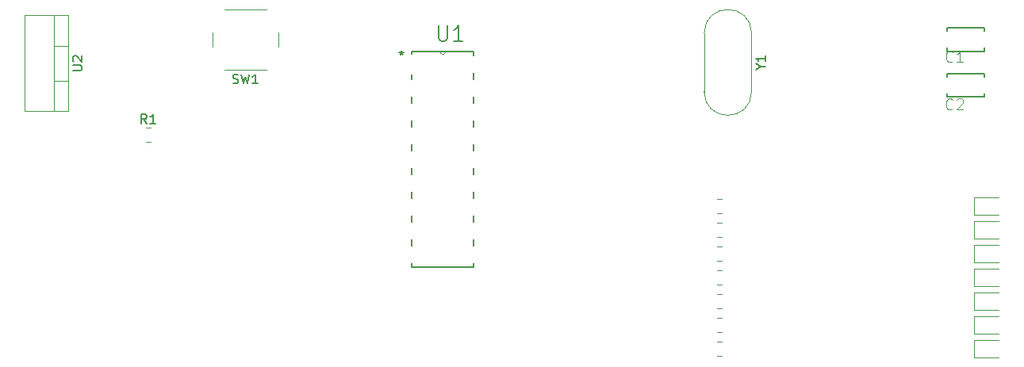
<source format=gbr>
%TF.GenerationSoftware,KiCad,Pcbnew,7.0.10*%
%TF.CreationDate,2024-11-22T18:49:45+05:30*%
%TF.ProjectId,test 3,74657374-2033-42e6-9b69-6361645f7063,rev?*%
%TF.SameCoordinates,Original*%
%TF.FileFunction,Legend,Top*%
%TF.FilePolarity,Positive*%
%FSLAX46Y46*%
G04 Gerber Fmt 4.6, Leading zero omitted, Abs format (unit mm)*
G04 Created by KiCad (PCBNEW 7.0.10) date 2024-11-22 18:49:45*
%MOMM*%
%LPD*%
G01*
G04 APERTURE LIST*
%ADD10C,0.150000*%
%ADD11C,0.101600*%
%ADD12C,0.120000*%
%ADD13C,0.127000*%
%ADD14C,0.152400*%
%ADD15C,0.100000*%
G04 APERTURE END LIST*
D10*
X97016667Y-70697200D02*
X97159524Y-70744819D01*
X97159524Y-70744819D02*
X97397619Y-70744819D01*
X97397619Y-70744819D02*
X97492857Y-70697200D01*
X97492857Y-70697200D02*
X97540476Y-70649580D01*
X97540476Y-70649580D02*
X97588095Y-70554342D01*
X97588095Y-70554342D02*
X97588095Y-70459104D01*
X97588095Y-70459104D02*
X97540476Y-70363866D01*
X97540476Y-70363866D02*
X97492857Y-70316247D01*
X97492857Y-70316247D02*
X97397619Y-70268628D01*
X97397619Y-70268628D02*
X97207143Y-70221009D01*
X97207143Y-70221009D02*
X97111905Y-70173390D01*
X97111905Y-70173390D02*
X97064286Y-70125771D01*
X97064286Y-70125771D02*
X97016667Y-70030533D01*
X97016667Y-70030533D02*
X97016667Y-69935295D01*
X97016667Y-69935295D02*
X97064286Y-69840057D01*
X97064286Y-69840057D02*
X97111905Y-69792438D01*
X97111905Y-69792438D02*
X97207143Y-69744819D01*
X97207143Y-69744819D02*
X97445238Y-69744819D01*
X97445238Y-69744819D02*
X97588095Y-69792438D01*
X97921429Y-69744819D02*
X98159524Y-70744819D01*
X98159524Y-70744819D02*
X98350000Y-70030533D01*
X98350000Y-70030533D02*
X98540476Y-70744819D01*
X98540476Y-70744819D02*
X98778572Y-69744819D01*
X99683333Y-70744819D02*
X99111905Y-70744819D01*
X99397619Y-70744819D02*
X99397619Y-69744819D01*
X99397619Y-69744819D02*
X99302381Y-69887676D01*
X99302381Y-69887676D02*
X99207143Y-69982914D01*
X99207143Y-69982914D02*
X99111905Y-70030533D01*
X87820833Y-75004819D02*
X87487500Y-74528628D01*
X87249405Y-75004819D02*
X87249405Y-74004819D01*
X87249405Y-74004819D02*
X87630357Y-74004819D01*
X87630357Y-74004819D02*
X87725595Y-74052438D01*
X87725595Y-74052438D02*
X87773214Y-74100057D01*
X87773214Y-74100057D02*
X87820833Y-74195295D01*
X87820833Y-74195295D02*
X87820833Y-74338152D01*
X87820833Y-74338152D02*
X87773214Y-74433390D01*
X87773214Y-74433390D02*
X87725595Y-74481009D01*
X87725595Y-74481009D02*
X87630357Y-74528628D01*
X87630357Y-74528628D02*
X87249405Y-74528628D01*
X88773214Y-75004819D02*
X88201786Y-75004819D01*
X88487500Y-75004819D02*
X88487500Y-74004819D01*
X88487500Y-74004819D02*
X88392262Y-74147676D01*
X88392262Y-74147676D02*
X88297024Y-74242914D01*
X88297024Y-74242914D02*
X88201786Y-74290533D01*
X153363628Y-68956190D02*
X153839819Y-68956190D01*
X152839819Y-69289523D02*
X153363628Y-68956190D01*
X153363628Y-68956190D02*
X152839819Y-68622857D01*
X153839819Y-67765714D02*
X153839819Y-68337142D01*
X153839819Y-68051428D02*
X152839819Y-68051428D01*
X152839819Y-68051428D02*
X152982676Y-68146666D01*
X152982676Y-68146666D02*
X153077914Y-68241904D01*
X153077914Y-68241904D02*
X153125533Y-68337142D01*
X79924819Y-69341904D02*
X80734342Y-69341904D01*
X80734342Y-69341904D02*
X80829580Y-69294285D01*
X80829580Y-69294285D02*
X80877200Y-69246666D01*
X80877200Y-69246666D02*
X80924819Y-69151428D01*
X80924819Y-69151428D02*
X80924819Y-68960952D01*
X80924819Y-68960952D02*
X80877200Y-68865714D01*
X80877200Y-68865714D02*
X80829580Y-68818095D01*
X80829580Y-68818095D02*
X80734342Y-68770476D01*
X80734342Y-68770476D02*
X79924819Y-68770476D01*
X80020057Y-68341904D02*
X79972438Y-68294285D01*
X79972438Y-68294285D02*
X79924819Y-68199047D01*
X79924819Y-68199047D02*
X79924819Y-67960952D01*
X79924819Y-67960952D02*
X79972438Y-67865714D01*
X79972438Y-67865714D02*
X80020057Y-67818095D01*
X80020057Y-67818095D02*
X80115295Y-67770476D01*
X80115295Y-67770476D02*
X80210533Y-67770476D01*
X80210533Y-67770476D02*
X80353390Y-67818095D01*
X80353390Y-67818095D02*
X80924819Y-68389523D01*
X80924819Y-68389523D02*
X80924819Y-67770476D01*
D11*
X173857843Y-73400449D02*
X173802205Y-73456088D01*
X173802205Y-73456088D02*
X173635291Y-73511726D01*
X173635291Y-73511726D02*
X173524015Y-73511726D01*
X173524015Y-73511726D02*
X173357100Y-73456088D01*
X173357100Y-73456088D02*
X173245824Y-73344811D01*
X173245824Y-73344811D02*
X173190186Y-73233535D01*
X173190186Y-73233535D02*
X173134548Y-73010983D01*
X173134548Y-73010983D02*
X173134548Y-72844068D01*
X173134548Y-72844068D02*
X173190186Y-72621516D01*
X173190186Y-72621516D02*
X173245824Y-72510240D01*
X173245824Y-72510240D02*
X173357100Y-72398964D01*
X173357100Y-72398964D02*
X173524015Y-72343326D01*
X173524015Y-72343326D02*
X173635291Y-72343326D01*
X173635291Y-72343326D02*
X173802205Y-72398964D01*
X173802205Y-72398964D02*
X173857843Y-72454602D01*
X174302948Y-72454602D02*
X174358586Y-72398964D01*
X174358586Y-72398964D02*
X174469862Y-72343326D01*
X174469862Y-72343326D02*
X174748053Y-72343326D01*
X174748053Y-72343326D02*
X174859329Y-72398964D01*
X174859329Y-72398964D02*
X174914967Y-72454602D01*
X174914967Y-72454602D02*
X174970605Y-72565878D01*
X174970605Y-72565878D02*
X174970605Y-72677154D01*
X174970605Y-72677154D02*
X174914967Y-72844068D01*
X174914967Y-72844068D02*
X174247310Y-73511726D01*
X174247310Y-73511726D02*
X174970605Y-73511726D01*
D10*
X118973056Y-64554449D02*
X118973056Y-65883343D01*
X118973056Y-65883343D02*
X119051226Y-66039683D01*
X119051226Y-66039683D02*
X119129396Y-66117854D01*
X119129396Y-66117854D02*
X119285737Y-66196024D01*
X119285737Y-66196024D02*
X119598418Y-66196024D01*
X119598418Y-66196024D02*
X119754758Y-66117854D01*
X119754758Y-66117854D02*
X119832928Y-66039683D01*
X119832928Y-66039683D02*
X119911099Y-65883343D01*
X119911099Y-65883343D02*
X119911099Y-64554449D01*
X121552673Y-66196024D02*
X120614630Y-66196024D01*
X121083652Y-66196024D02*
X121083652Y-64554449D01*
X121083652Y-64554449D02*
X120927311Y-64788959D01*
X120927311Y-64788959D02*
X120770971Y-64945300D01*
X120770971Y-64945300D02*
X120614630Y-65023470D01*
X115030870Y-67220888D02*
X115030870Y-67459396D01*
X114792362Y-67363993D02*
X115030870Y-67459396D01*
X115030870Y-67459396D02*
X115269377Y-67363993D01*
X114887765Y-67650202D02*
X115030870Y-67459396D01*
X115030870Y-67459396D02*
X115173974Y-67650202D01*
D11*
X173857843Y-68320449D02*
X173802205Y-68376088D01*
X173802205Y-68376088D02*
X173635291Y-68431726D01*
X173635291Y-68431726D02*
X173524015Y-68431726D01*
X173524015Y-68431726D02*
X173357100Y-68376088D01*
X173357100Y-68376088D02*
X173245824Y-68264811D01*
X173245824Y-68264811D02*
X173190186Y-68153535D01*
X173190186Y-68153535D02*
X173134548Y-67930983D01*
X173134548Y-67930983D02*
X173134548Y-67764068D01*
X173134548Y-67764068D02*
X173190186Y-67541516D01*
X173190186Y-67541516D02*
X173245824Y-67430240D01*
X173245824Y-67430240D02*
X173357100Y-67318964D01*
X173357100Y-67318964D02*
X173524015Y-67263326D01*
X173524015Y-67263326D02*
X173635291Y-67263326D01*
X173635291Y-67263326D02*
X173802205Y-67318964D01*
X173802205Y-67318964D02*
X173857843Y-67374602D01*
X174970605Y-68431726D02*
X174302948Y-68431726D01*
X174636776Y-68431726D02*
X174636776Y-67263326D01*
X174636776Y-67263326D02*
X174525500Y-67430240D01*
X174525500Y-67430240D02*
X174414224Y-67541516D01*
X174414224Y-67541516D02*
X174302948Y-67597154D01*
D12*
%TO.C,SW1*%
X101850000Y-66790000D02*
X101850000Y-65290000D01*
X100600000Y-62790000D02*
X96100000Y-62790000D01*
X96100000Y-69290000D02*
X100600000Y-69290000D01*
X94850000Y-65290000D02*
X94850000Y-66790000D01*
%TO.C,R6*%
X149174564Y-89635000D02*
X148720436Y-89635000D01*
X149174564Y-88165000D02*
X148720436Y-88165000D01*
%TO.C,R1*%
X87760436Y-75465000D02*
X88214564Y-75465000D01*
X87760436Y-76935000D02*
X88214564Y-76935000D01*
%TO.C,R2*%
X149174564Y-99795000D02*
X148720436Y-99795000D01*
X149174564Y-98325000D02*
X148720436Y-98325000D01*
%TO.C,R8*%
X149174564Y-84555000D02*
X148720436Y-84555000D01*
X149174564Y-83085000D02*
X148720436Y-83085000D01*
%TO.C,D1*%
X176115000Y-98100000D02*
X176115000Y-100020000D01*
X176115000Y-100020000D02*
X178800000Y-100020000D01*
X178800000Y-98100000D02*
X176115000Y-98100000D01*
%TO.C,R5*%
X149174564Y-92175000D02*
X148720436Y-92175000D01*
X149174564Y-90705000D02*
X148720436Y-90705000D01*
%TO.C,Y1*%
X152385000Y-65355000D02*
X152385000Y-71605000D01*
X147335000Y-65355000D02*
X147335000Y-71605000D01*
X152385000Y-65355000D02*
G75*
G03*
X147335000Y-65355000I-2525000J0D01*
G01*
X147335000Y-71605000D02*
G75*
G03*
X152385000Y-71605000I2525000J0D01*
G01*
%TO.C,D6*%
X176115000Y-85400000D02*
X176115000Y-87320000D01*
X176115000Y-87320000D02*
X178800000Y-87320000D01*
X178800000Y-85400000D02*
X176115000Y-85400000D01*
%TO.C,D2*%
X176115000Y-95560000D02*
X176115000Y-97480000D01*
X176115000Y-97480000D02*
X178800000Y-97480000D01*
X178800000Y-95560000D02*
X176115000Y-95560000D01*
%TO.C,R4*%
X149174564Y-94715000D02*
X148720436Y-94715000D01*
X149174564Y-93245000D02*
X148720436Y-93245000D01*
%TO.C,U2*%
X79470000Y-63460000D02*
X74829000Y-63460000D01*
X79470000Y-63460000D02*
X79470000Y-73700000D01*
X77960000Y-63460000D02*
X77960000Y-73700000D01*
X74829000Y-63460000D02*
X74829000Y-73700000D01*
X79470000Y-66730000D02*
X77960000Y-66730000D01*
X79470000Y-70431000D02*
X77960000Y-70431000D01*
X79470000Y-73700000D02*
X74829000Y-73700000D01*
%TO.C,D5*%
X176115000Y-87940000D02*
X176115000Y-89860000D01*
X176115000Y-89860000D02*
X178800000Y-89860000D01*
X178800000Y-87940000D02*
X176115000Y-87940000D01*
%TO.C,D7*%
X176115000Y-82860000D02*
X176115000Y-84780000D01*
X176115000Y-84780000D02*
X178800000Y-84780000D01*
X178800000Y-82860000D02*
X176115000Y-82860000D01*
%TO.C,D3*%
X176115000Y-93020000D02*
X176115000Y-94940000D01*
X176115000Y-94940000D02*
X178800000Y-94940000D01*
X178800000Y-93020000D02*
X176115000Y-93020000D01*
%TO.C,R7*%
X149174564Y-87095000D02*
X148720436Y-87095000D01*
X149174564Y-85625000D02*
X148720436Y-85625000D01*
D13*
%TO.C,C2*%
X177260000Y-72170000D02*
X177260000Y-71815000D01*
X177260000Y-72170000D02*
X173260000Y-72170000D01*
X177260000Y-69670000D02*
X177260000Y-70025000D01*
X177260000Y-69670000D02*
X173260000Y-69670000D01*
X173260000Y-72170000D02*
X173260000Y-71815000D01*
X173260000Y-69670000D02*
X173260000Y-70025000D01*
D12*
%TO.C,R3*%
X149174564Y-97255000D02*
X148720436Y-97255000D01*
X149174564Y-95785000D02*
X148720436Y-95785000D01*
D14*
%TO.C,U1*%
X116137300Y-67321200D02*
X116137300Y-67575200D01*
X116137300Y-69759600D02*
X116137300Y-70242200D01*
X116137300Y-72172600D02*
X116137300Y-72782200D01*
X116137300Y-74712600D02*
X116137300Y-75322200D01*
X116137300Y-77252600D02*
X116137300Y-77862200D01*
X116137300Y-79792600D02*
X116137300Y-80402200D01*
X116137300Y-82332600D02*
X116137300Y-82942200D01*
X116137300Y-84872600D02*
X116137300Y-85482200D01*
X116137300Y-87412600D02*
X116137300Y-88022200D01*
X116137300Y-89952600D02*
X116137300Y-90333600D01*
X116137300Y-90333600D02*
X122741300Y-90333600D01*
X119134500Y-67321200D02*
X116137300Y-67321200D01*
X119744100Y-67321200D02*
X119134500Y-67321200D01*
X122741300Y-67321200D02*
X119744100Y-67321200D01*
X122741300Y-67702200D02*
X122741300Y-67321200D01*
X122741300Y-70242200D02*
X122741300Y-69632600D01*
X122741300Y-72782200D02*
X122741300Y-72172600D01*
X122741300Y-75322200D02*
X122741300Y-74712600D01*
X122741300Y-77862200D02*
X122741300Y-77252600D01*
X122741300Y-80402200D02*
X122741300Y-79792600D01*
X122741300Y-82942200D02*
X122741300Y-82332600D01*
X122741300Y-85482200D02*
X122741300Y-84872600D01*
X122741300Y-88022200D02*
X122741300Y-87412600D01*
X122741300Y-90333600D02*
X122741300Y-89952600D01*
D15*
X119134500Y-67321200D02*
G75*
G03*
X119744100Y-67321200I304800J0D01*
G01*
D13*
%TO.C,C1*%
X177260000Y-67290000D02*
X177260000Y-66935000D01*
X177260000Y-67290000D02*
X173260000Y-67290000D01*
X177260000Y-64790000D02*
X177260000Y-65145000D01*
X177260000Y-64790000D02*
X173260000Y-64790000D01*
X173260000Y-67290000D02*
X173260000Y-66935000D01*
X173260000Y-64790000D02*
X173260000Y-65145000D01*
D12*
%TO.C,D4*%
X176115000Y-90480000D02*
X176115000Y-92400000D01*
X176115000Y-92400000D02*
X178800000Y-92400000D01*
X178800000Y-90480000D02*
X176115000Y-90480000D01*
%TD*%
M02*

</source>
